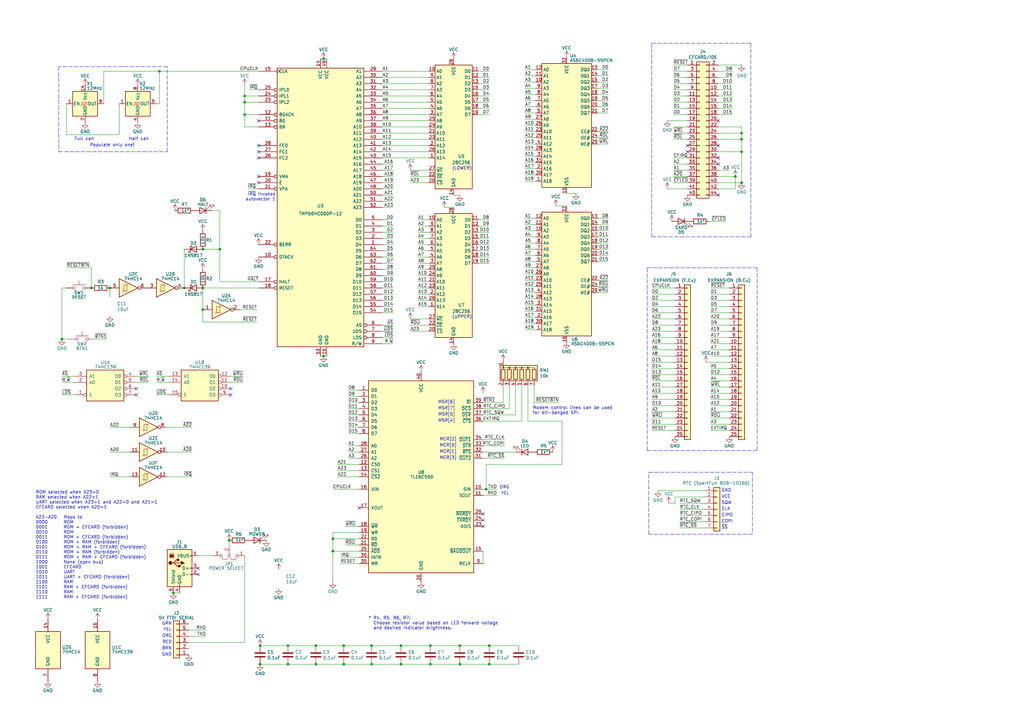
<source format=kicad_sch>
(kicad_sch (version 20230121) (generator eeschema)
  (paper "A3")
  (title_block (title "68k nano single board computer") (date "2020-06-24") (rev "1") (company "Matt Sarnoff (msarnoff.org)"))
  (junction (at 90.17 102.235))
  (junction (at 152.4 264.795))
  (junction (at 304.165 62.23))
  (junction (at 140.97 264.795))
  (junction (at 132.715 146.05))
  (junction (at 100.33 41.91))
  (junction (at 106.68 272.415))
  (junction (at 164.465 264.795))
  (junction (at 188.595 264.795))
  (junction (at 83.185 127))
  (junction (at 25.4 139.065))
  (junction (at 188.595 272.415))
  (junction (at 132.715 24.13))
  (junction (at 152.4 272.415))
  (junction (at 200.66 272.415))
  (junction (at 164.465 272.415))
  (junction (at 100.33 46.99))
  (junction (at 83.185 118.11))
  (junction (at 136.525 226.06))
  (junction (at 200.66 264.795))
  (junction (at 199.39 200.66))
  (junction (at 304.165 54.61))
  (junction (at 136.525 220.98))
  (junction (at 301.625 72.39))
  (junction (at 129.54 264.795))
  (junction (at 83.185 102.235))
  (junction (at 129.54 272.415))
  (junction (at 140.97 272.415))
  (junction (at 71.12 243.205))
  (junction (at 100.33 39.37))
  (junction (at 304.165 57.15))
  (junction (at 45.085 118.11))
  (junction (at 176.53 272.415))
  (junction (at 176.53 264.795))
  (junction (at 118.11 272.415))
  (junction (at 304.165 74.93))
  (junction (at 65.405 29.21))
  (junction (at 118.11 264.795))
  (junction (at 106.68 264.795))
  (junction (at 75.565 118.11))
  (junction (at 93.98 221.615))
  (junction (at 37.465 118.11))
  (no_connect (at 198.12 213.36))
  (no_connect (at 81.28 235.585))
  (no_connect (at 294.64 64.77))
  (no_connect (at 294.64 67.31))
  (no_connect (at 106.045 62.23))
  (no_connect (at 81.28 233.045))
  (no_connect (at 106.045 74.93))
  (no_connect (at 198.12 215.9))
  (no_connect (at 281.94 59.69))
  (no_connect (at 106.045 64.77))
  (no_connect (at 147.32 208.28))
  (no_connect (at 294.64 49.53))
  (no_connect (at 106.045 59.69))
  (no_connect (at 94.615 159.385))
  (no_connect (at 294.64 80.01))
  (no_connect (at 106.045 49.53))
  (no_connect (at 94.615 161.925))
  (no_connect (at 55.88 161.925))
  (no_connect (at 294.64 59.69))
  (no_connect (at 198.12 210.82))
  (no_connect (at 106.045 72.39))
  (no_connect (at 55.88 159.385))
  (no_connect (at 281.94 62.23))
  (wire (pts (xy 196.215 92.71) (xy 200.66 92.71)))
  (wire (pts (xy 219.71 127.635) (xy 215.265 127.635)))
  (wire (pts (xy 175.895 36.83) (xy 156.845 36.83)))
  (wire (pts (xy 219.71 38.735) (xy 215.265 38.735)))
  (wire (pts (xy 281.94 26.67) (xy 276.225 26.67)))
  (polyline (pts (xy 267.335 97.155) (xy 267.335 17.78)) (stroke (width 0) (type dash)))
  (wire (pts (xy 232.41 84.455) (xy 227.965 84.455)))
  (wire (pts (xy 176.53 272.415) (xy 188.595 272.415)))
  (wire (pts (xy 219.71 132.715) (xy 215.265 132.715)))
  (wire (pts (xy 156.845 67.31) (xy 161.29 67.31)))
  (wire (pts (xy 219.71 33.655) (xy 215.265 33.655)))
  (wire (pts (xy 175.895 113.03) (xy 171.45 113.03)))
  (wire (pts (xy 196.215 31.75) (xy 200.66 31.75)))
  (wire (pts (xy 156.845 128.27) (xy 161.29 128.27)))
  (polyline (pts (xy 307.975 97.155) (xy 267.335 97.155)) (stroke (width 0) (type dash)))
  (wire (pts (xy 37.465 118.11) (xy 37.465 109.855)))
  (wire (pts (xy 288.925 203.835) (xy 276.86 203.835)))
  (wire (pts (xy 30.48 154.305) (xy 25.4 154.305)))
  (wire (pts (xy 106.045 115.57) (xy 90.17 115.57)))
  (wire (pts (xy 245.11 43.815) (xy 249.555 43.815)))
  (wire (pts (xy 175.895 102.87) (xy 171.45 102.87)))
  (wire (pts (xy 68.58 185.42) (xy 78.74 185.42)))
  (wire (pts (xy 206.375 165.1) (xy 206.375 158.115)))
  (wire (pts (xy 281.94 64.77) (xy 276.225 64.77)))
  (wire (pts (xy 175.895 54.61) (xy 156.845 54.61)))
  (wire (pts (xy 93.98 221.615) (xy 93.98 224.155)))
  (wire (pts (xy 299.085 148.59) (xy 289.56 148.59)))
  (wire (pts (xy 219.71 51.435) (xy 215.265 51.435)))
  (wire (pts (xy 131.445 146.05) (xy 132.715 146.05)))
  (wire (pts (xy 48.895 42.545) (xy 48.895 55.245)))
  (wire (pts (xy 175.895 123.19) (xy 171.45 123.19)))
  (wire (pts (xy 219.71 31.115) (xy 215.265 31.115)))
  (wire (pts (xy 175.895 46.99) (xy 156.845 46.99)))
  (wire (pts (xy 100.33 46.99) (xy 100.33 41.91)))
  (wire (pts (xy 245.11 46.355) (xy 249.555 46.355)))
  (wire (pts (xy 276.86 176.53) (xy 267.335 176.53)))
  (wire (pts (xy 276.86 161.29) (xy 267.335 161.29)))
  (wire (pts (xy 106.68 264.795) (xy 118.11 264.795)))
  (wire (pts (xy 156.845 62.23) (xy 175.895 62.23)))
  (wire (pts (xy 276.86 158.75) (xy 267.335 158.75)))
  (wire (pts (xy 156.845 29.21) (xy 175.895 29.21)))
  (wire (pts (xy 102.235 36.83) (xy 106.045 36.83)))
  (wire (pts (xy 219.71 64.135) (xy 215.265 64.135)))
  (wire (pts (xy 156.845 120.65) (xy 161.29 120.65)))
  (wire (pts (xy 276.86 156.21) (xy 267.335 156.21)))
  (wire (pts (xy 299.085 166.37) (xy 291.465 166.37)))
  (wire (pts (xy 156.845 123.19) (xy 161.29 123.19)))
  (wire (pts (xy 245.11 56.515) (xy 249.555 56.515)))
  (wire (pts (xy 69.215 154.305) (xy 64.135 154.305)))
  (wire (pts (xy 299.085 125.73) (xy 291.465 125.73)))
  (wire (pts (xy 219.71 28.575) (xy 215.265 28.575)))
  (wire (pts (xy 175.895 118.11) (xy 171.45 118.11)))
  (wire (pts (xy 288.925 216.535) (xy 278.765 216.535)))
  (wire (pts (xy 219.71 97.155) (xy 215.265 97.155)))
  (wire (pts (xy 211.455 170.18) (xy 211.455 158.115)))
  (wire (pts (xy 294.64 52.07) (xy 304.165 52.07)))
  (wire (pts (xy 230.505 190.5) (xy 230.505 172.72)))
  (wire (pts (xy 118.11 272.415) (xy 106.68 272.415)))
  (polyline (pts (xy 267.335 17.78) (xy 307.975 17.78)) (stroke (width 0) (type dash)))
  (wire (pts (xy 219.71 117.475) (xy 215.265 117.475)))
  (wire (pts (xy 299.085 135.89) (xy 291.465 135.89)))
  (wire (pts (xy 219.71 125.095) (xy 215.265 125.095)))
  (wire (pts (xy 147.32 167.64) (xy 142.875 167.64)))
  (polyline (pts (xy 24.13 62.23) (xy 68.58 62.23)) (stroke (width 0) (type dash)))
  (wire (pts (xy 156.845 44.45) (xy 175.895 44.45)))
  (wire (pts (xy 156.845 31.75) (xy 175.895 31.75)))
  (wire (pts (xy 281.94 69.85) (xy 276.225 69.85)))
  (wire (pts (xy 65.405 42.545) (xy 65.405 29.21)))
  (wire (pts (xy 245.11 99.695) (xy 249.555 99.695)))
  (wire (pts (xy 147.32 172.72) (xy 142.875 172.72)))
  (wire (pts (xy 213.995 172.72) (xy 198.12 172.72)))
  (wire (pts (xy 175.895 41.91) (xy 156.845 41.91)))
  (wire (pts (xy 156.845 113.03) (xy 161.29 113.03)))
  (wire (pts (xy 156.845 77.47) (xy 161.29 77.47)))
  (wire (pts (xy 30.48 161.925) (xy 25.4 161.925)))
  (wire (pts (xy 276.86 128.27) (xy 267.335 128.27)))
  (wire (pts (xy 156.845 133.35) (xy 161.29 133.35)))
  (wire (pts (xy 299.085 168.91) (xy 291.465 168.91)))
  (wire (pts (xy 42.545 42.545) (xy 42.545 29.21)))
  (wire (pts (xy 245.11 120.015) (xy 249.555 120.015)))
  (wire (pts (xy 175.895 59.69) (xy 156.845 59.69)))
  (polyline (pts (xy 310.515 184.785) (xy 265.43 184.785)) (stroke (width 0) (type dash)))
  (wire (pts (xy 219.71 92.075) (xy 215.265 92.075)))
  (wire (pts (xy 156.845 97.79) (xy 161.29 97.79)))
  (wire (pts (xy 156.845 107.95) (xy 161.29 107.95)))
  (wire (pts (xy 219.71 53.975) (xy 215.265 53.975)))
  (wire (pts (xy 281.94 67.31) (xy 276.225 67.31)))
  (wire (pts (xy 276.86 171.45) (xy 267.335 171.45)))
  (polyline (pts (xy 308.61 193.675) (xy 308.61 219.075)) (stroke (width 0) (type dash)))
  (wire (pts (xy 77.47 263.525) (xy 100.33 263.525)))
  (wire (pts (xy 176.53 264.795) (xy 164.465 264.795)))
  (wire (pts (xy 156.845 52.07) (xy 175.895 52.07)))
  (wire (pts (xy 219.71 36.195) (xy 215.265 36.195)))
  (wire (pts (xy 156.845 102.87) (xy 161.29 102.87)))
  (wire (pts (xy 175.895 95.25) (xy 171.45 95.25)))
  (wire (pts (xy 212.725 264.795) (xy 200.66 264.795)))
  (wire (pts (xy 219.71 89.535) (xy 215.265 89.535)))
  (wire (pts (xy 219.71 135.255) (xy 215.265 135.255)))
  (wire (pts (xy 106.045 46.99) (xy 100.33 46.99)))
  (wire (pts (xy 245.11 89.535) (xy 249.555 89.535)))
  (wire (pts (xy 299.085 120.65) (xy 291.465 120.65)))
  (wire (pts (xy 199.39 200.66) (xy 199.39 190.5)))
  (wire (pts (xy 219.71 71.755) (xy 215.265 71.755)))
  (wire (pts (xy 156.845 140.97) (xy 161.29 140.97)))
  (wire (pts (xy 156.845 72.39) (xy 161.29 72.39)))
  (wire (pts (xy 294.64 36.83) (xy 300.355 36.83)))
  (wire (pts (xy 288.925 201.295) (xy 269.875 201.295)))
  (wire (pts (xy 106.045 52.07) (xy 100.33 52.07)))
  (wire (pts (xy 219.71 41.275) (xy 215.265 41.275)))
  (wire (pts (xy 304.165 57.15) (xy 304.165 62.23)))
  (wire (pts (xy 208.915 158.115) (xy 208.915 167.64)))
  (wire (pts (xy 219.71 122.555) (xy 215.265 122.555)))
  (wire (pts (xy 156.845 92.71) (xy 161.29 92.71)))
  (wire (pts (xy 156.845 85.09) (xy 161.29 85.09)))
  (wire (pts (xy 291.465 151.13) (xy 299.085 151.13)))
  (wire (pts (xy 196.215 36.83) (xy 200.66 36.83)))
  (wire (pts (xy 156.845 39.37) (xy 175.895 39.37)))
  (polyline (pts (xy 310.515 109.855) (xy 310.515 184.785)) (stroke (width 0) (type dash)))
  (wire (pts (xy 48.895 55.245) (xy 27.305 55.245)))
  (wire (pts (xy 147.32 170.18) (xy 142.875 170.18)))
  (wire (pts (xy 156.845 135.89) (xy 161.29 135.89)))
  (wire (pts (xy 276.86 118.11) (xy 267.335 118.11)))
  (wire (pts (xy 147.32 185.42) (xy 142.875 185.42)))
  (wire (pts (xy 245.11 97.155) (xy 249.555 97.155)))
  (wire (pts (xy 288.925 211.455) (xy 278.765 211.455)))
  (wire (pts (xy 140.97 272.415) (xy 129.54 272.415)))
  (polyline (pts (xy 265.43 184.785) (xy 265.43 109.855)) (stroke (width 0) (type dash)))
  (wire (pts (xy 299.085 138.43) (xy 291.465 138.43)))
  (wire (pts (xy 281.94 36.83) (xy 276.225 36.83)))
  (wire (pts (xy 294.64 46.99) (xy 300.355 46.99)))
  (wire (pts (xy 294.64 62.23) (xy 304.165 62.23)))
  (wire (pts (xy 294.64 34.29) (xy 300.355 34.29)))
  (wire (pts (xy 276.86 148.59) (xy 267.335 148.59)))
  (wire (pts (xy 25.4 118.11) (xy 25.4 139.065)))
  (wire (pts (xy 276.86 163.83) (xy 267.335 163.83)))
  (wire (pts (xy 299.085 130.81) (xy 291.465 130.81)))
  (wire (pts (xy 75.565 102.235) (xy 75.565 118.11)))
  (wire (pts (xy 147.32 177.8) (xy 142.875 177.8)))
  (wire (pts (xy 83.185 118.11) (xy 83.185 127)))
  (wire (pts (xy 276.86 130.81) (xy 267.335 130.81)))
  (wire (pts (xy 156.845 118.11) (xy 161.29 118.11)))
  (wire (pts (xy 230.505 172.72) (xy 216.535 172.72)))
  (wire (pts (xy 175.895 135.89) (xy 168.275 135.89)))
  (wire (pts (xy 156.845 90.17) (xy 161.29 90.17)))
  (wire (pts (xy 219.71 112.395) (xy 215.265 112.395)))
  (wire (pts (xy 68.58 175.26) (xy 78.74 175.26)))
  (wire (pts (xy 188.595 264.795) (xy 200.66 264.795)))
  (wire (pts (xy 219.075 165.1) (xy 229.235 165.1)))
  (wire (pts (xy 147.32 228.6) (xy 139.7 228.6)))
  (wire (pts (xy 118.11 264.795) (xy 129.54 264.795)))
  (wire (pts (xy 147.32 190.5) (xy 138.43 190.5)))
  (wire (pts (xy 196.215 41.91) (xy 200.66 41.91)))
  (wire (pts (xy 100.33 41.91) (xy 100.33 39.37)))
  (wire (pts (xy 219.71 74.295) (xy 215.265 74.295)))
  (wire (pts (xy 64.135 42.545) (xy 65.405 42.545)))
  (wire (pts (xy 198.12 185.42) (xy 211.455 185.42)))
  (wire (pts (xy 196.215 107.95) (xy 200.66 107.95)))
  (wire (pts (xy 276.86 120.65) (xy 267.335 120.65)))
  (wire (pts (xy 175.895 110.49) (xy 171.45 110.49)))
  (wire (pts (xy 219.71 69.215) (xy 215.265 69.215)))
  (wire (pts (xy 27.305 55.245) (xy 27.305 42.545)))
  (wire (pts (xy 219.71 56.515) (xy 215.265 56.515)))
  (wire (pts (xy 219.71 130.175) (xy 215.265 130.175)))
  (wire (pts (xy 175.895 74.93) (xy 168.275 74.93)))
  (wire (pts (xy 186.055 80.01) (xy 188.595 80.01)))
  (wire (pts (xy 304.165 62.23) (xy 304.165 74.93)))
  (wire (pts (xy 147.32 195.58) (xy 138.43 195.58)))
  (wire (pts (xy 152.4 264.795) (xy 140.97 264.795)))
  (wire (pts (xy 281.94 49.53) (xy 273.685 49.53)))
  (wire (pts (xy 245.11 92.075) (xy 249.555 92.075)))
  (wire (pts (xy 276.86 203.835) (xy 276.86 206.375)))
  (wire (pts (xy 176.53 272.415) (xy 164.465 272.415)))
  (wire (pts (xy 132.715 24.13) (xy 131.445 24.13)))
  (wire (pts (xy 291.465 158.75) (xy 299.085 158.75)))
  (wire (pts (xy 106.045 41.91) (xy 100.33 41.91)))
  (wire (pts (xy 196.215 102.87) (xy 200.66 102.87)))
  (wire (pts (xy 65.405 29.21) (xy 106.045 29.21)))
  (polyline (pts (xy 68.58 62.23) (xy 68.58 27.305)) (stroke (width 0) (type dash)))
  (wire (pts (xy 106.045 77.47) (xy 101.6 77.47)))
  (wire (pts (xy 219.71 48.895) (xy 215.265 48.895)))
  (wire (pts (xy 198.12 180.34) (xy 207.01 180.34)))
  (wire (pts (xy 281.94 57.15) (xy 276.225 57.15)))
  (wire (pts (xy 182.245 85.09) (xy 186.055 85.09)))
  (wire (pts (xy 245.11 114.935) (xy 249.555 114.935)))
  (wire (pts (xy 219.71 102.235) (xy 215.265 102.235)))
  (wire (pts (xy 294.64 26.67) (xy 304.165 26.67)))
  (wire (pts (xy 299.085 173.99) (xy 291.465 173.99)))
  (wire (pts (xy 276.86 151.13) (xy 267.335 151.13)))
  (wire (pts (xy 304.165 57.15) (xy 304.165 54.61)))
  (wire (pts (xy 304.165 52.07) (xy 304.165 54.61)))
  (wire (pts (xy 156.845 82.55) (xy 161.29 82.55)))
  (wire (pts (xy 53.34 175.26) (xy 45.085 175.26)))
  (wire (pts (xy 147.32 220.98) (xy 136.525 220.98)))
  (wire (pts (xy 281.94 77.47) (xy 273.685 77.47)))
  (wire (pts (xy 213.995 158.115) (xy 213.995 172.72)))
  (wire (pts (xy 301.625 77.47) (xy 301.625 72.39)))
  (wire (pts (xy 267.335 173.99) (xy 276.86 173.99)))
  (wire (pts (xy 168.275 69.85) (xy 175.895 69.85)))
  (wire (pts (xy 164.465 272.415) (xy 152.4 272.415)))
  (wire (pts (xy 198.12 167.64) (xy 208.915 167.64)))
  (wire (pts (xy 156.845 95.25) (xy 161.29 95.25)))
  (wire (pts (xy 219.71 59.055) (xy 215.265 59.055)))
  (wire (pts (xy 212.725 272.415) (xy 200.66 272.415)))
  (wire (pts (xy 42.545 29.21) (xy 65.405 29.21)))
  (wire (pts (xy 245.11 102.235) (xy 249.555 102.235)))
  (wire (pts (xy 198.12 187.96) (xy 207.01 187.96)))
  (wire (pts (xy 276.86 133.35) (xy 267.335 133.35)))
  (wire (pts (xy 168.275 130.81) (xy 175.895 130.81)))
  (polyline (pts (xy 308.61 219.075) (xy 266.065 219.075)) (stroke (width 0) (type dash)))
  (wire (pts (xy 175.895 100.33) (xy 171.45 100.33)))
  (wire (pts (xy 281.94 34.29) (xy 276.225 34.29)))
  (wire (pts (xy 281.94 52.07) (xy 276.225 52.07)))
  (wire (pts (xy 147.32 162.56) (xy 142.875 162.56)))
  (wire (pts (xy 294.64 29.21) (xy 300.355 29.21)))
  (wire (pts (xy 156.845 74.93) (xy 161.29 74.93)))
  (wire (pts (xy 299.085 133.35) (xy 291.465 133.35)))
  (wire (pts (xy 147.32 187.96) (xy 142.875 187.96)))
  (wire (pts (xy 299.085 156.21) (xy 291.465 156.21)))
  (wire (pts (xy 136.525 218.44) (xy 136.525 220.98)))
  (wire (pts (xy 276.86 140.97) (xy 267.335 140.97)))
  (wire (pts (xy 294.64 57.15) (xy 304.165 57.15)))
  (wire (pts (xy 196.215 105.41) (xy 200.66 105.41)))
  (wire (pts (xy 299.085 128.27) (xy 291.465 128.27)))
  (wire (pts (xy 152.4 264.795) (xy 164.465 264.795)))
  (wire (pts (xy 196.215 39.37) (xy 200.66 39.37)))
  (wire (pts (xy 133.985 24.13) (xy 132.715 24.13)))
  (wire (pts (xy 249.555 53.975) (xy 245.11 53.975)))
  (wire (pts (xy 140.97 264.795) (xy 129.54 264.795)))
  (wire (pts (xy 219.71 66.675) (xy 215.265 66.675)))
  (wire (pts (xy 232.41 79.375) (xy 236.22 79.375)))
  (wire (pts (xy 175.895 120.65) (xy 171.45 120.65)))
  (wire (pts (xy 55.88 154.305) (xy 60.96 154.305)))
  (wire (pts (xy 245.11 33.655) (xy 249.555 33.655)))
  (wire (pts (xy 199.39 190.5) (xy 230.505 190.5)))
  (wire (pts (xy 28.575 139.065) (xy 25.4 139.065)))
  (wire (pts (xy 219.71 46.355) (xy 215.265 46.355)))
  (wire (pts (xy 100.33 52.07) (xy 100.33 46.99)))
  (wire (pts (xy 299.085 140.97) (xy 291.465 140.97)))
  (wire (pts (xy 188.595 264.795) (xy 176.53 264.795)))
  (wire (pts (xy 69.215 156.845) (xy 64.135 156.845)))
  (wire (pts (xy 294.64 31.75) (xy 300.355 31.75)))
  (wire (pts (xy 156.845 100.33) (xy 161.29 100.33)))
  (wire (pts (xy 83.185 118.11) (xy 106.045 118.11)))
  (wire (pts (xy 94.615 156.845) (xy 99.695 156.845)))
  (wire (pts (xy 281.94 74.93) (xy 276.225 74.93)))
  (wire (pts (xy 281.94 44.45) (xy 276.225 44.45)))
  (wire (pts (xy 276.86 125.73) (xy 267.335 125.73)))
  (wire (pts (xy 196.215 95.25) (xy 200.66 95.25)))
  (polyline (pts (xy 68.58 27.305) (xy 24.13 27.305)) (stroke (width 0) (type dash)))
  (wire (pts (xy 245.11 117.475) (xy 249.555 117.475)))
  (wire (pts (xy 245.11 28.575) (xy 249.555 28.575)))
  (wire (pts (xy 276.86 135.89) (xy 267.335 135.89)))
  (wire (pts (xy 188.595 272.415) (xy 200.66 272.415)))
  (wire (pts (xy 276.86 143.51) (xy 267.335 143.51)))
  (wire (pts (xy 294.64 74.93) (xy 304.165 74.93)))
  (wire (pts (xy 147.32 165.1) (xy 142.875 165.1)))
  (wire (pts (xy 245.11 104.775) (xy 249.555 104.775)))
  (wire (pts (xy 219.71 104.775) (xy 215.265 104.775)))
  (wire (pts (xy 281.94 29.21) (xy 276.225 29.21)))
  (wire (pts (xy 136.525 226.06) (xy 136.525 238.76)))
  (wire (pts (xy 294.64 41.91) (xy 300.355 41.91)))
  (wire (pts (xy 219.71 94.615) (xy 215.265 94.615)))
  (wire (pts (xy 106.045 39.37) (xy 100.33 39.37)))
  (wire (pts (xy 77.47 260.985) (xy 84.455 260.985)))
  (wire (pts (xy 219.71 109.855) (xy 215.265 109.855)))
  (wire (pts (xy 37.465 109.855) (xy 27.305 109.855)))
  (wire (pts (xy 219.71 120.015) (xy 215.265 120.015)))
  (wire (pts (xy 299.085 143.51) (xy 291.465 143.51)))
  (polyline (pts (xy 265.43 109.855) (xy 310.515 109.855)) (stroke (width 0) (type dash)))
  (wire (pts (xy 129.54 272.415) (xy 118.11 272.415)))
  (wire (pts (xy 94.615 154.305) (xy 99.695 154.305)))
  (wire (pts (xy 175.895 115.57) (xy 171.45 115.57)))
  (wire (pts (xy 299.085 176.53) (xy 291.465 176.53)))
  (wire (pts (xy 147.32 218.44) (xy 136.525 218.44)))
  (wire (pts (xy 196.215 44.45) (xy 200.66 44.45)))
  (wire (pts (xy 216.535 172.72) (xy 216.535 158.115)))
  (wire (pts (xy 219.71 61.595) (xy 215.265 61.595)))
  (wire (pts (xy 90.17 102.235) (xy 83.185 102.235)))
  (wire (pts (xy 156.845 138.43) (xy 161.29 138.43)))
  (wire (pts (xy 281.94 39.37) (xy 276.225 39.37)))
  (wire (pts (xy 196.215 34.29) (xy 200.66 34.29)))
  (wire (pts (xy 175.895 133.35) (xy 168.275 133.35)))
  (wire (pts (xy 68.58 195.58) (xy 78.74 195.58)))
  (wire (pts (xy 198.12 226.06) (xy 198.12 231.14)))
  (wire (pts (xy 288.925 206.375) (xy 278.765 206.375)))
  (wire (pts (xy 156.845 69.85) (xy 161.29 69.85)))
  (wire (pts (xy 245.11 36.195) (xy 249.555 36.195)))
  (wire (pts (xy 281.94 31.75) (xy 276.225 31.75)))
  (wire (pts (xy 196.215 46.99) (xy 200.66 46.99)))
  (wire (pts (xy 147.32 226.06) (xy 136.525 226.06)))
  (wire (pts (xy 175.895 125.73) (xy 171.45 125.73)))
  (wire (pts (xy 156.845 34.29) (xy 175.895 34.29)))
  (wire (pts (xy 299.085 153.67) (xy 291.465 153.67)))
  (wire (pts (xy 219.71 43.815) (xy 215.265 43.815)))
  (wire (pts (xy 196.215 100.33) (xy 200.66 100.33)))
  (wire (pts (xy 276.86 123.19) (xy 267.335 123.19)))
  (wire (pts (xy 276.86 168.91) (xy 267.335 168.91)))
  (wire (pts (xy 98.425 127) (xy 105.41 127)))
  (wire (pts (xy 90.17 86.36) (xy 90.17 102.235)))
  (wire (pts (xy 281.94 54.61) (xy 276.225 54.61)))
  (wire (pts (xy 299.085 171.45) (xy 291.465 171.45)))
  (wire (pts (xy 290.83 90.805) (xy 297.815 90.805)))
  (wire (pts (xy 156.845 57.15) (xy 175.895 57.15)))
  (wire (pts (xy 71.12 243.205) (xy 73.66 243.205)))
  (wire (pts (xy 219.71 107.315) (xy 215.265 107.315)))
  (polyline (pts (xy 266.065 193.675) (xy 308.61 193.675)) (stroke (width 0) (type dash)))
  (wire (pts (xy 175.895 107.95) (xy 171.45 107.95)))
  (wire (pts (xy 219.71 99.695) (xy 215.265 99.695)))
  (polyline (pts (xy 24.13 27.305) (xy 24.13 62.23)) (stroke (width 0) (type dash)))
  (wire (pts (xy 198.12 203.2) (xy 203.835 203.2)))
  (wire (pts (xy 156.845 80.01) (xy 161.29 80.01)))
  (wire (pts (xy 77.47 258.445) (xy 84.455 258.445)))
  (wire (pts (xy 86.995 86.36) (xy 90.17 86.36)))
  (wire (pts (xy 175.895 90.17) (xy 171.45 90.17)))
  (wire (pts (xy 299.085 118.11) (xy 291.465 118.11)))
  (wire (pts (xy 219.075 158.115) (xy 219.075 165.1)))
  (wire (pts (xy 156.845 125.73) (xy 161.29 125.73)))
  (wire (pts (xy 196.215 90.17) (xy 200.66 90.17)))
  (wire (pts (xy 281.94 46.99) (xy 276.225 46.99)))
  (wire (pts (xy 81.28 227.965) (xy 87.63 227.965)))
  (polyline (pts (xy 266.065 219.075) (xy 266.065 193.675)) (stroke (width 0) (type dash)))
  (wire (pts (xy 147.32 200.66) (xy 136.525 200.66)))
  (wire (pts (xy 147.32 160.02) (xy 142.875 160.02)))
  (wire (pts (xy 245.11 59.055) (xy 249.555 59.055)))
  (wire (pts (xy 245.11 107.315) (xy 249.555 107.315)))
  (wire (pts (xy 53.34 195.58) (xy 45.085 195.58)))
  (wire (pts (xy 299.085 146.05) (xy 291.465 146.05)))
  (wire (pts (xy 245.11 41.275) (xy 249.555 41.275)))
  (wire (pts (xy 299.085 161.29) (xy 291.465 161.29)))
  (wire (pts (xy 245.11 38.735) (xy 249.555 38.735)))
  (wire (pts (xy 175.895 97.79) (xy 171.45 97.79)))
  (wire (pts (xy 175.895 64.77) (xy 156.845 64.77)))
  (wire (pts (xy 219.71 114.935) (xy 215.265 114.935)))
  (wire (pts (xy 294.64 77.47) (xy 301.625 77.47)))
  (wire (pts (xy 294.64 54.61) (xy 304.165 54.61)))
  (wire (pts (xy 175.895 92.71) (xy 171.45 92.71)))
  (wire (pts (xy 294.64 39.37) (xy 300.355 39.37)))
  (wire (pts (xy 198.12 170.18) (xy 211.455 170.18)))
  (wire (pts (xy 245.11 31.115) (xy 249.555 31.115)))
  (wire (pts (xy 276.86 138.43) (xy 267.335 138.43)))
  (wire (pts (xy 288.925 213.995) (xy 278.765 213.995)))
  (wire (pts (xy 136.525 220.98) (xy 136.525 226.06)))
  (wire (pts (xy 100.33 34.925) (xy 100.33 39.37)))
  (wire (pts (xy 199.39 200.66) (xy 203.835 200.66)))
  (wire (pts (xy 53.34 185.42) (xy 45.085 185.42)))
  (wire (pts (xy 147.32 175.26) (xy 142.875 175.26)))
  (wire (pts (xy 276.86 153.67) (xy 267.335 153.67)))
  (wire (pts (xy 83.185 132.08) (xy 105.41 132.08)))
  (wire (pts (xy 100.33 263.525) (xy 100.33 227.965)))
  (wire (pts (xy 245.11 94.615) (xy 249.555 94.615)))
  (wire (pts (xy 27.305 118.11) (xy 25.4 118.11)))
  (wire (pts (xy 196.215 97.79) (xy 200.66 97.79)))
  (wire (pts (xy 294.64 69.85) (xy 299.085 69.85)))
  (wire (pts (xy 198.12 200.66) (xy 199.39 200.66)))
  (wire (pts (xy 196.215 29.21) (xy 200.66 29.21)))
  (wire (pts (xy 38.735 139.065) (xy 43.815 139.065)))
  (wire (pts (xy 30.48 156.845) (xy 25.4 156.845)))
  (wire (pts (xy 156.845 49.53) (xy 175.895 49.53)))
  (wire (pts (xy 198.12 182.88) (xy 207.01 182.88)))
  (wire (pts (xy 281.94 41.91) (xy 276.225 41.91)))
  (wire (pts (xy 288.925 208.915) (xy 278.765 208.915)))
  (wire (pts (xy 198.12 165.1) (xy 206.375 165.1)))
  (wire (pts (xy 133.985 146.05) (xy 132.715 146.05)))
  (wire (pts (xy 156.845 115.57) (xy 161.29 115.57)))
  (wire (pts (xy 299.085 123.19) (xy 291.465 123.19)))
  (wire (pts (xy 175.895 72.39) (xy 168.275 72.39)))
  (wire (pts (xy 90.17 115.57) (xy 90.17 102.235)))
  (wire (pts (xy 69.215 161.925) (xy 64.135 161.925)))
  (wire (pts (xy 147.32 223.52) (xy 141.605 223.52)))
  (wire (pts (xy 175.895 105.41) (xy 171.45 105.41)))
  (wire (pts (xy 276.86 206.375) (xy 274.32 206.375)))
  (wire (pts (xy 140.97 272.415) (xy 152.4 272.415)))
  (wire (pts (xy 147.32 193.04) (xy 138.43 193.04)))
  (wire (pts (xy 299.085 163.83) (xy 291.465 163.83)))
  (wire (pts (xy 156.845 110.49) (xy 161.29 110.49)))
  (wire (pts (xy 276.86 146.05) (xy 267.335 146.05)))
  (wire (pts (xy 294.64 72.39) (xy 301.625 72.39)))
  (wire (pts (xy 276.86 166.37) (xy 267.335 166.37)))
  (wire (pts (xy 156.845 105.41) (xy 161.29 105.41)))
  (wire (pts (xy 147.32 182.88) (xy 142.875 182.88)))
  (wire (pts (xy 147.32 231.14) (xy 139.7 231.14)))
  (polyline (pts (xy 307.975 17.78) (xy 307.975 97.155)) (stroke (width 0) (type dash)))
  (wire (pts (xy 45.085 121.92) (xy 45.085 118.11)))
  (wire (pts (xy 294.64 44.45) (xy 300.355 44.45)))
  (wire (pts (xy 147.32 215.9) (xy 141.605 215.9)))
  (wire (pts (xy 281.94 72.39) (xy 276.225 72.39)))
  (wire (pts (xy 83.185 127) (xy 83.185 132.08)))
  (wire (pts (xy 55.88 156.845) (xy 60.96 156.845)))
  (text "Maps to\nROM\nROM + CFCARD (forbidden)\nROM\nROM + CFCARD (forbidden)\nROM + RAM (forbidden)\nROM + RAM + CFCARD (forbidden)\nROM + RAM (forbidden)\nROM + RAM + CFCARD (forbidden)\nNone (open bus)\nCFCARD\nUART\nUART + CFCARD (forbidden)\nRAM\nRAM + CFCARD (forbidden)\nRAM\nRAM + CFCARD (forbidden)" (at 26.035 245.745 0) (effects (font (size 1.27 1.27)) (justify left bottom)))
  (text "~{IRQ} invokes\nautovector 1" (at 113.03 82.55 0) (effects (font (size 1.27 1.27)) (justify right bottom)))
  (text "MCR[3]" (at 187.325 188.595 0) (effects (font (size 1.27 1.27)) (justify right bottom)))
  (text "* R4, R5, R6, R7: \n  Choose resistor value based on LED forward voltage\n  and desired indicator brightness." (at 151.13 258.445 0) (effects (font (size 1.27 1.27)) (justify left bottom)))
  (text "YEL" (at 70.485 259.08 0) (effects (font (size 1.27 1.27)) (justify right bottom)))
  (text "ROM selected when A23=0\nRAM selected when A22=1\nUART selected when A23=1 and A22=0 and A21=1\nCFCARD selected when A20=1" (at 14.605 208.915 0) (effects (font (size 1.27 1.27)) (justify left bottom)))
  (text "COPI" (at 295.91 214.63 0) (effects (font (size 1.27 1.27)) (justify left bottom)))
  (text "Modem control lines can be used\nfor bit-banged SPI." (at 218.44 170.18 0) (effects (font (size 1.27 1.27)) (justify left bottom)))
  (text "RED" (at 70.485 264.16 0) (effects (font (size 1.27 1.27)) (justify right bottom)))
  (text "MSR[4]" (at 186.69 173.355 0) (effects (font (size 1.27 1.27)) (justify right bottom)))
  (text "ORG" (at 208.915 200.66 0) (effects (font (size 1.27 1.27)) (justify right bottom)))
  (text "A23-A20\n0000\n0001\n0010\n0011\n0100\n0101\n0110\n0111\n1000\n1001\n1010\n1011\n1100\n1101\n1110\n1111" (at 14.605 245.745 0) (effects (font (size 1.27 1.27)) (justify left bottom)))
  (text "GRN" (at 70.485 256.54 0) (effects (font (size 1.27 1.27)) (justify right bottom)))
  (text "VCC" (at 295.91 204.47 0) (effects (font (size 1.27 1.27)) (justify left bottom)))
  (text "YEL" (at 208.915 203.2 0) (effects (font (size 1.27 1.27)) (justify right bottom)))
  (text "(LOWER)" (at 185.42 69.85 0) (effects (font (size 1.27 1.27)) (justify left bottom)))
  (text "MCR[1]" (at 187.325 186.055 0) (effects (font (size 1.27 1.27)) (justify right bottom)))
  (text "Full can" (at 30.48 57.785 0) (effects (font (size 1.27 1.27)) (justify left bottom)))
  (text "MCR[0]" (at 187.325 183.515 0) (effects (font (size 1.27 1.27)) (justify right bottom)))
  (text "MSR[5]" (at 186.69 170.815 0) (effects (font (size 1.27 1.27)) (justify right bottom)))
  (text "CLK" (at 295.91 209.55 0) (effects (font (size 1.27 1.27)) (justify left bottom)))
  (text "BRN" (at 70.485 266.7 0) (effects (font (size 1.27 1.27)) (justify right bottom)))
  (text "CIPO" (at 295.91 212.09 0) (effects (font (size 1.27 1.27)) (justify left bottom)))
  (text "ORG" (at 70.485 261.62 0) (effects (font (size 1.27 1.27)) (justify right bottom)))
  (text "(UPPER)" (at 185.42 130.81 0) (effects (font (size 1.27 1.27)) (justify left bottom)))
  (text "SQW" (at 295.91 207.01 0) (effects (font (size 1.27 1.27)) (justify left bottom)))
  (text "GND" (at 70.485 269.24 0) (effects (font (size 1.27 1.27)) (justify right bottom)))
  (text "~{SS}" (at 295.91 217.17 0) (effects (font (size 1.27 1.27)) (justify left bottom)))
  (text "Populate only one!" (at 36.83 60.325 0) (effects (font (size 1.27 1.27)) (justify left bottom)))
  (text "GND" (at 295.91 201.93 0) (effects (font (size 1.27 1.27)) (justify left bottom)))
  (text "MCR[2]" (at 187.325 180.975 0) (effects (font (size 1.27 1.27)) (justify right bottom)))
  (text "Half can" (at 52.705 57.785 0) (effects (font (size 1.27 1.27)) (justify left bottom)))
  (text "MSR[7]" (at 186.69 168.275 0) (effects (font (size 1.27 1.27)) (justify right bottom)))
  (text "MSR[6]" (at 186.69 165.735 0) (effects (font (size 1.27 1.27)) (justify right bottom)))
  (label "D3" (at 249.555 36.195 180))
  (label "A12" (at 215.265 56.515 0))
  (label "A8" (at 171.45 107.95 0))
  (label "A6" (at 267.335 143.51 0))
  (label "A6" (at 156.845 41.91 0))
  (label "CPUCLK" (at 136.525 200.66 0))
  (label "CPUCLK" (at 267.335 118.11 0))
  (label "A2" (at 215.265 31.115 0))
  (label "A11" (at 156.845 54.61 0))
  (label "~{WRU}" (at 99.695 154.305 180))
  (label "~{RESET}" (at 276.225 26.67 0))
  (label "D12" (at 300.355 39.37 180))
  (label "D7" (at 161.29 107.95 180))
  (label "A21" (at 138.43 190.5 0))
  (label "A15" (at 291.465 163.83 0))
  (label "~{WRL}" (at 276.225 54.61 0))
  (label "D0" (at 200.66 29.21 180))
  (label "IRQ" (at 45.085 195.58 0))
  (label "A4" (at 171.45 97.79 0))
  (label "D15" (at 142.875 177.8 0))
  (label "RTC_CIPO" (at 278.765 211.455 0))
  (label "A22" (at 138.43 195.58 0))
  (label "RXD" (at 203.835 203.2 180))
  (label "A17" (at 291.465 138.43 0))
  (label "D10" (at 161.29 115.57 180))
  (label "A17" (at 215.265 130.175 0))
  (label "A14" (at 171.45 123.19 0))
  (label "IRQ" (at 139.7 228.6 0))
  (label "A19" (at 215.265 135.255 0))
  (label "D9" (at 142.875 162.56 0))
  (label "D1" (at 291.465 120.65 0))
  (label "~{RDL}" (at 60.96 156.845 180))
  (label "D10" (at 200.66 95.25 180))
  (label "A15" (at 215.265 64.135 0))
  (label "A2" (at 142.875 185.42 0))
  (label "~{RTC_SS}" (at 278.765 216.535 0))
  (label "D2" (at 161.29 95.25 180))
  (label "~{CFLED}" (at 297.815 90.805 180))
  (label "~{RDU}" (at 141.605 223.52 0))
  (label "A4" (at 291.465 156.21 0))
  (label "D15" (at 161.29 128.27 180))
  (label "D6" (at 200.66 44.45 180))
  (label "~{A22}" (at 249.555 53.975 180))
  (label "A5" (at 215.265 99.695 0))
  (label "A23" (at 267.335 135.89 0))
  (label "D13" (at 161.29 123.19 180))
  (label "D10" (at 300.355 34.29 180))
  (label "A21" (at 291.465 140.97 0))
  (label "D11" (at 161.29 118.11 180))
  (label "A19" (at 215.265 74.295 0))
  (label "~{RDU}" (at 168.275 133.35 0))
  (label "TXD" (at 203.835 200.66 180))
  (label "A4" (at 215.265 97.155 0))
  (label "A14" (at 156.845 62.23 0))
  (label "~{WRL}" (at 249.555 59.055 180))
  (label "~{IRQ}" (at 78.74 195.58 180))
  (label "D9" (at 161.29 113.03 180))
  (label "~{RESETBTN}" (at 229.235 165.1 180))
  (label "A3" (at 142.875 187.96 0))
  (label "~{RTC_SS}" (at 207.01 187.96 180))
  (label "A12" (at 156.845 57.15 0))
  (label "A20" (at 45.085 185.42 0))
  (label "A7" (at 291.465 143.51 0))
  (label "D4" (at 267.335 125.73 0))
  (label "RESET" (at 105.41 127 180))
  (label "RTC_SQW" (at 278.765 206.375 0))
  (label "A20" (at 161.29 77.47 180))
  (label "A14" (at 291.465 161.29 0))
  (label "RTC_CLK" (at 207.01 180.34 180))
  (label "A18" (at 215.265 71.755 0))
  (label "A15" (at 156.845 64.77 0))
  (label "~{UDS}" (at 161.29 135.89 180))
  (label "A22" (at 161.29 82.55 180))
  (label "A16" (at 215.265 127.635 0))
  (label "D5" (at 161.29 102.87 180))
  (label "~{RDL}" (at 249.555 56.515 180))
  (label "A18" (at 161.29 72.39 180))
  (label "~{RDL}" (at 267.335 156.21 0))
  (label "D2" (at 249.555 33.655 180))
  (label "~{BTN1}" (at 43.815 139.065 180))
  (label "D13" (at 267.335 153.67 0))
  (label "~{RESETBTN}" (at 27.305 109.855 0))
  (label "A5" (at 156.845 39.37 0))
  (label "A6" (at 215.265 102.235 0))
  (label "A19" (at 291.465 135.89 0))
  (label "A16" (at 161.29 67.31 180))
  (label "D15" (at 267.335 148.59 0))
  (label "A10" (at 171.45 113.03 0))
  (label "A6" (at 215.265 41.275 0))
  (label "A9" (at 215.265 109.855 0))
  (label "A23" (at 161.29 85.09 180))
  (label "D3" (at 161.29 97.79 180))
  (label "EXTIRQ" (at 198.12 172.72 0))
  (label "R,~{W}" (at 161.29 140.97 180))
  (label "A2" (at 215.265 92.075 0))
  (label "D14" (at 249.555 104.775 180))
  (label "~{WRU}" (at 267.335 171.45 0))
  (label "D14" (at 267.335 151.13 0))
  (label "~{RESET}" (at 291.465 118.11 0))
  (label "D12" (at 161.29 120.65 180))
  (label "D1" (at 276.225 44.45 0))
  (label "A18" (at 267.335 140.97 0))
  (label "D11" (at 200.66 97.79 180))
  (label "~{LDS}" (at 161.29 138.43 180))
  (label "R,~{W}" (at 25.4 156.845 0))
  (label "~{AS}" (at 64.135 154.305 0))
  (label "D13" (at 300.355 41.91 180))
  (label "~{CFLED}" (at 276.225 74.93 0))
  (label "~{RESET}" (at 105.41 132.08 180))
  (label "RTC_COPI" (at 207.01 182.88 180))
  (label "A5" (at 215.265 38.735 0))
  (label "D5" (at 276.225 34.29 0))
  (label "D6" (at 161.29 105.41 180))
  (label "D8" (at 267.335 133.35 0))
  (label "D6" (at 249.555 43.815 180))
  (label "A3" (at 291.465 173.99 0))
  (label "~{AS}" (at 25.4 154.305 0))
  (label "A3" (at 171.45 95.25 0))
  (label "A22" (at 45.085 175.26 0))
  (label "A2" (at 156.845 31.75 0))
  (label "A2" (at 276.225 67.31 0))
  (label "RTC_COPI" (at 278.765 213.995 0))
  (label "A13" (at 267.335 161.29 0))
  (label "A9" (at 156.845 49.53 0))
  (label "A23" (at 168.275 74.93 0))
  (label "A13" (at 171.45 120.65 0))
  (label "D1" (at 161.29 92.71 180))
  (label "A11" (at 267.335 158.75 0))
  (label "RTC_SQW" (at 198.12 170.18 0))
  (label "D2" (at 200.66 34.29 180))
  (label "A8" (at 215.265 46.355 0))
  (label "D2" (at 267.335 123.19 0))
  (label "~{BTN1}" (at 198.12 165.1 0))
  (label "A10" (at 156.845 52.07 0))
  (label "RESET" (at 267.335 176.53 0))
  (label "D6" (at 267.335 128.27 0))
  (label "D15" (at 300.355 46.99 180))
  (label "D4" (at 161.29 100.33 180))
  (label "A22" (at 267.335 130.81 0))
  (label "D4" (at 200.66 39.37 180))
  (label "A18" (at 215.265 132.715 0))
  (label "A8" (at 156.845 46.99 0))
  (label "A2" (at 267.335 168.91 0))
  (label "D10" (at 142.875 165.1 0))
  (label "A10" (at 215.265 112.395 0))
  (label "D5" (at 249.555 41.275 180))
  (label "D7" (at 276.225 29.21 0))
  (label "CFIRQ" (at 276.225 64.77 0))
  (label "A7" (at 171.45 105.41 0))
  (label "A8" (at 267.335 146.05 0))
  (label "D14" (at 200.66 105.41 180))
  (label "~{WRL}" (at 60.96 154.305 180))
  (label "~{A22}" (at 78.74 175.26 180))
  (label "D14" (at 300.355 44.45 180))
  (label "A5" (at 171.45 100.33 0))
  (label "D12" (at 291.465 153.67 0))
  (label "D14" (at 161.29 125.73 180))
  (label "CPUCLK" (at 106.045 29.21 180))
  (label "A23" (at 168.275 135.89 0))
  (label "D4" (at 249.555 38.735 180))
  (label "RESET" (at 139.7 231.14 0))
  (label "D11" (at 300.355 36.83 180))
  (label "A11" (at 171.45 115.57 0))
  (label "D13" (at 200.66 102.87 180))
  (label "D6" (at 276.225 31.75 0))
  (label "A2" (at 171.45 92.71 0))
  (label "D4" (at 276.225 36.83 0))
  (label "A15" (at 215.265 125.095 0))
  (label "D12" (at 200.66 100.33 180))
  (label "~{A20}" (at 276.225 72.39 0))
  (label "D0" (at 161.29 90.17 180))
  (label "A4" (at 215.265 36.195 0))
  (label "RXD" (at 84.455 258.445 180))
  (label "D8" (at 161.29 110.49 180))
  (label "D7" (at 200.66 46.99 180))
  (label "D11" (at 142.875 167.64 0))
  (label "A9" (at 171.45 110.49 0))
  (label "A23" (at 138.43 193.04 0))
  (label "R,~{W}" (at 64.135 156.845 0))
  (label "D9" (at 300.355 31.75 180))
  (label "D5" (at 200.66 41.91 180))
  (label "D9" (at 291.465 133.35 0))
  (label "D11" (at 267.335 173.99 0))
  (label "A1" (at 215.265 28.575 0))
  (label "A10" (at 215.265 51.435 0))
  (label "~{RDU}" (at 291.465 171.45 0))
  (label "A1" (at 156.845 29.21 0))
  (label "D8" (at 300.355 29.21 180))
  (label "RTC_CLK" (at 278.765 208.915 0))
  (label "~{LDS}" (at 25.4 161.925 0))
  (label "EXTIRQ" (at 291.465 176.53 0))
  (label "~{RDU}" (at 99.695 156.845 180))
  (label "TXD" (at 84.455 260.985 180))
  (label "A7" (at 215.265 43.815 0))
  (label "~{HALT}" (at 106.045 115.57 180))
  (label "A14" (at 215.265 61.595 0))
  (label "A8" (at 215.265 107.315 0))
  (label "A3" (at 156.845 34.29 0))
  (label "A13" (at 215.265 59.055 0))
  (label "A20" (at 291.465 130.81 0))
  (label "A16" (at 267.335 138.43 0))
  (label "~{A22}" (at 249.555 114.935 180))
  (label "D0" (at 276.225 46.99 0))
  (label "D1" (at 249.555 31.115 180))
  (label "A16" (at 215.265 66.675 0))
  (label "D0" (at 249.555 28.575 180))
  (label "A1" (at 291.465 168.91 0))
  (label "~{WRU}" (at 141.605 215.9 0))
  (label "A3" (at 215.265 94.615 0))
  (label "D9" (at 249.555 92.075 180))
  (label "A9" (at 267.335 163.83 0))
  (label "A9" (at 215.265 48.895 0))
  (label "~{A20}" (at 78.74 185.42 180))
  (label "A4" (at 156.845 36.83 0))
  (label "A19" (at 161.29 74.93 180))
  (label "D7" (at 249.555 46.355 180))
  (label "A7" (at 156.845 44.45 0))
  (label "A1" (at 276.225 69.85 0))
  (label "D10" (at 267.335 166.37 0))
  (label "A13" (at 156.845 59.69 0))
  (label "D12" (at 249.555 99.695 180))
  (label "D5" (at 291.465 125.73 0))
  (label "A11" (at 215.265 114.935 0))
  (label "D7" (at 291.465 128.27 0))
  (label "A1" (at 142.875 182.88 0))
  (label "A1" (at 171.45 90.17 0))
  (label "~{RDL}" (at 276.225 57.15 0))
  (label "D3" (at 200.66 36.83 180))
  (label "D0" (at 267.335 120.65 0))
  (label "~{RDL}" (at 168.275 72.39 0))
  (label "D2" (at 276.225 41.91 0))
  (label "A12" (at 171.45 118.11 0))
  (label "A7" (at 215.265 104.775 0))
  (label "~{AS}" (at 161.29 133.35 180))
  (label "D9" (at 200.66 92.71 180))
  (label "D3" (at 291.465 123.19 0))
  (label "~{IRQ}" (at 101.6 77.47 0))
  (label "~{WRL}" (at 291.465 158.75 0))
  (label "~{WRU}" (at 249.555 120.015 180))
  (label "D14" (at 142.875 175.26 0))
  (label "A21" (at 161.29 80.01 180))
  (label "D8" (at 142.875 160.02 0))
  (label "A17" (at 161.29 69.85 180))
  (label "A12" (at 215.265 117.475 0))
  (label "A5" (at 291.465 151.13 0))
  (label "D12" (at 142.875 170.18 0))
  (label "A14" (at 215.265 122.555 0))
  (label "A3" (at 215.265 33.655 0))
  (label "~{UDS}" (at 64.135 161.925 0))
  (label "A3" (at 299.085 69.85 180))
  (label "A13" (at 215.265 120.015 0))
  (label "A10" (at 291.465 146.05 0))
  (label "A17" (at 215.265 69.215 0))
  (label "D13" (at 249.555 102.235 180))
  (label "D15" (at 200.66 107.95 180))
  (label "D11" (at 249.555 97.155 180))
  (label "D1" (at 200.66 31.75 180))
  (label "D8" (at 200.66 90.17 180))
  (label "D3" (at 276.225 39.37 0))
  (label "D15" (at 249.555 107.315 180))
  (label "A6" (at 171.45 102.87 0))
  (label "D8" (at 249.555 89.535 180))
  (label "A11" (at 215.265 53.975 0))
  (label "~{RDU}" (at 249.555 117.475 180))
  (label "A15" (at 171.45 125.73 0))
  (label "RTC_CIPO" (at 198.12 167.64 0))
  (label "D10" (at 249.555 94.615 180))
  (label "A1" (at 215.265 89.535 0))
  (label "D13" (at 142.875 172.72 0))
  (label "~{IRQ}" (at 102.235 36.83 0))
  (label "A12" (at 291.465 166.37 0))
  (symbol (lib_id "CPU_NXP_68000:68000D") (at 131.445 85.09 0) (unit 1)
    (property "Reference" "U3" (at 131.445 84.455 0))
    (property "Value" "TMP68HC000P-12" (at 131.445 87.63 0))
    (property "Footprint" "Package_DIP:DIP-64_W22.86mm_Socket" (effects hide))
    (property "Datasheet" "https://www.nxp.com/docs/en/reference-manual/MC68000UM.pdf" (effects hide))
  )
  (symbol (lib_id "power:GND") (at 132.715 146.05 0) (unit 1)
    (property "Reference" "#PWR0115" (effects hide))
    (property "Value" "GND" (at 132.715 149.86 0))
  )
  (symbol (lib_id "power:GND") (at 106.045 105.41 0) (unit 1)
    (property "Reference" "#PWR0114" (effects hide))
    (property "Value" "GND" (at 106.045 109.22 0))
  )
  (symbol (lib_id "Memory_EEPROM:28C256") (at 186.055 52.07 0) (unit 1)
    (property "Reference" "U5" (at 189.23 64.135 0))
    (property "Value" "28C256" (at 189.23 66.675 0))
    (property "Footprint" "Package_DIP:DIP-28_W15.24mm_Socket" (effects hide))
    (property "Datasheet" "http://ww1.microchip.com/downloads/en/DeviceDoc/doc0006.pdf" (effects hide))
  )
  (symbol (lib_id "power:VCC") (at 132.715 24.13 0) (unit 1)
    (property "Reference" "#PWR0113" (effects hide))
    (property "Value" "VCC" (at 132.715 20.32 0))
  )
  (symbol (lib_id "power:VCC") (at 100.33 34.925 0) (unit 1)
    (property "Reference" "#PWR0112" (effects hide))
    (property "Value" "VCC" (at 100.33 31.115 0))
  )
  (symbol (lib_id "power:VCC") (at 106.045 100.33 0) (unit 1)
    (property "Reference" "#PWR0111" (effects hide))
    (property "Value" "VCC" (at 106.045 96.52 0))
  )
  (symbol (lib_id "Memory_EEPROM:28C256") (at 186.055 113.03 0) (unit 1)
    (property "Reference" "U7" (at 189.23 125.095 0))
    (property "Value" "28C256" (at 189.23 127.635 0))
    (property "Footprint" "Package_DIP:DIP-28_W15.24mm_Socket" (effects hide))
    (property "Datasheet" "http://ww1.microchip.com/downloads/en/DeviceDoc/doc0006.pdf" (effects hide))
  )
  (symbol (lib_id "Interface_UART:16550") (at 172.72 195.58 0) (unit 1)
    (property "Reference" "U8" (at 172.72 193.675 0))
    (property "Value" "TL16C550" (at 168.275 195.58 0) (effects (justify left)))
    (property "Footprint" "Package_DIP:DIP-40_W15.24mm_Socket" (effects hide))
    (property "Datasheet" "http://www.ti.com/lit/ds/symlink/pc16550d.pdf" (effects hide))
  )
  (symbol (lib_id "power:GND") (at 186.055 140.97 0) (unit 1)
    (property "Reference" "#PWR0110" (effects hide))
    (property "Value" "GND" (at 186.055 144.78 0))
  )
  (symbol (lib_id "power:GND") (at 188.595 80.01 0) (unit 1)
    (property "Reference" "#PWR0109" (effects hide))
    (property "Value" "GND" (at 188.595 83.82 0))
  )
  (symbol (lib_id "power:VCC") (at 186.055 24.13 0) (unit 1)
    (property "Reference" "#PWR0108" (effects hide))
    (property "Value" "VCC" (at 186.055 20.32 0))
  )
  (symbol (lib_id "power:VCC") (at 182.245 85.09 0) (unit 1)
    (property "Reference" "#PWR0107" (effects hide))
    (property "Value" "VCC" (at 182.245 81.28 0))
  )
  (symbol (lib_id "power:VCC") (at 168.275 130.81 0) (unit 1)
    (property "Reference" "#PWR0106" (effects hide))
    (property "Value" "VCC" (at 168.275 127 0))
  )
  (symbol (lib_id "power:VCC") (at 168.275 69.85 0) (unit 1)
    (property "Reference" "#PWR0105" (effects hide))
    (property "Value" "VCC" (at 168.275 66.04 0))
  )
  (symbol (lib_id "power:GND") (at 172.72 238.76 0) (unit 1)
    (property "Reference" "#PWR0120" (effects hide))
    (property "Value" "GND" (at 172.72 242.57 0))
  )
  (symbol (lib_id "power:VCC") (at 172.72 152.4 0) (unit 1)
    (property "Reference" "#PWR0121" (effects hide))
    (property "Value" "VCC" (at 172.72 148.59 0))
  )
  (symbol (lib_id "Oscillator:CXO_DIP8") (at 56.515 42.545 0) (unit 1)
    (property "Reference" "X2" (at 57.15 34.29 0) (effects (justify left)))
    (property "Value" "12MHz" (at 57.15 36.195 0) (effects (justify left)))
    (property "Footprint" "Oscillator:Oscillator_DIP-8" (effects hide))
    (property "Datasheet" "http://cdn-reichelt.de/documents/datenblatt/B400/OSZI.pdf" (effects hide))
  )
  (symbol (lib_id "power:VCC") (at 34.925 34.925 0) (unit 1)
    (property "Reference" "#PWR0126" (effects hide))
    (property "Value" "VCC" (at 34.925 31.115 0))
  )
  (symbol (lib_id "Connector_Generic:Conn_02x22_Odd_Even") (at 287.02 52.07 0) (unit 1)
    (property "Reference" "J4" (at 288.29 21.1582 0))
    (property "Value" "CFCARD/IDE" (at 288.29 23.4696 0))
    (property "Footprint" "Connector_PinHeader_2.00mm:PinHeader_2x22_P2.00mm_Vertical" (effects hide))
  )
  (symbol (lib_id "Device:LED") (at 83.185 86.36 180) (unit 1)
    (property "Reference" "D6" (at 83.185 81.915 0))
    (property "Value" "HALT" (at 83.185 83.82 0))
    (property "Footprint" "LED_THT:LED_D5.0mm" (effects hide))
  )
  (symbol (lib_id "74xx:74LS139") (at 43.18 156.845 0) (unit 1)
    (property "Reference" "U1" (at 43.18 148.59 0))
    (property "Value" "74HC139" (at 43.18 150.495 0))
    (property "Footprint" "Package_DIP:DIP-16_W7.62mm_Socket" (effects hide))
    (property "Datasheet" "http://www.ti.com/lit/gpn/sn74LS139" (effects hide))
  )
  (symbol (lib_id "Device:C") (at 118.11 268.605 0) (unit 1)
    (property "Reference" "C2" (at 121.031 267.4366 0) (effects (justify left)))
    (property "Value" "0.1uF" (at 121.031 269.748 0) (effects (justify left)))
    (property "Footprint" "Capacitor_THT:C_Rect_L7.0mm_W2.0mm_P5.00mm" (effects hide))
  )
  (symbol (lib_id "power:GND") (at 106.68 272.415 0) (unit 1)
    (property "Reference" "#PWR0150" (effects hide))
    (property "Value" "GND" (at 106.68 276.225 0))
  )
  (symbol (lib_id "power:VCC") (at 106.68 264.795 0) (unit 1)
    (property "Reference" "#PWR0151" (effects hide))
    (property "Value" "VCC" (at 106.68 260.985 0))
  )
  (symbol (lib_id "Device:C") (at 129.54 268.605 0) (unit 1)
    (property "Reference" "C3" (at 132.461 267.4366 0) (effects (justify left)))
    (property "Value" "0.1uF" (at 132.461 269.748 0) (effects (justify left)))
    (property "Footprint" "Capacitor_THT:C_Rect_L7.0mm_W2.0mm_P5.00mm" (effects hide))
  )
  (symbol (lib_id "74xx:74LS139") (at 81.915 156.845 0) (unit 2)
    (property "Reference" "U1" (at 81.915 148.59 0))
    (property "Value" "74HC139" (at 81.915 150.495 0))
    (property "Footprint" "Package_DIP:DIP-16_W7.62mm_Socket" (effects hide))
    (property "Datasheet" "http://www.ti.com/lit/gpn/sn74LS139" (effects hide))
  )
  (symbol (lib_id "74xx:74LS139") (at 40.005 266.7 0) (unit 3)
    (property "Reference" "U1" (at 45.847 265.5316 0) (effects (justify left)))
    (property "Value" "74HC139" (at 45.72 267.335 0) (effects (justify left)))
    (property "Footprint" "Package_DIP:DIP-16_W7.62mm_Socket" (effects hide))
    (property "Datasheet" "http://www.ti.com/lit/gpn/sn74LS139" (effects hide))
  )
  (symbol (lib_id "Device:R") (at 75.565 86.36 270) (unit 1)
    (property "Reference" "R7" (at 74.295 83.82 90) (effects (justify left)))
    (property "Value" "1k*" (at 74.295 86.36 90) (effects (justify left)))
    (property "Footprint" "Resistor_THT:R_Axial_DIN0204_L3.6mm_D1.6mm_P7.62mm_Horizontal" (effects hide))
  )
  (symbol (lib_id "power:GND") (at 34.925 50.165 0) (unit 1)
    (property "Reference" "#PWR0127" (effects hide))
    (property "Value" "GND" (at 34.925 53.975 0))
  )
  (symbol (lib_id "power:GND") (at 56.515 50.165 0) (unit 1)
    (property "Reference" "#PWR0128" (effects hide))
    (property "Value" "GND" (at 56.515 53.975 0))
  )
  (symbol (lib_id "power:VCC") (at 56.515 34.925 0) (unit 1)
    (property "Reference" "#PWR0129" (effects hide))
    (property "Value" "VCC" (at 56.515 31.115 0))
  )
  (symbol (lib_id "Device:C") (at 152.4 268.605 0) (unit 1)
    (property "Reference" "C5" (at 155.321 267.4366 0) (effects (justify left)))
    (property "Value" "0.1uF" (at 155.321 269.748 0) (effects (justify left)))
    (property "Footprint" "Capacitor_THT:C_Rect_L7.0mm_W2.0mm_P5.00mm" (effects hide))
  )
  (symbol (lib_id "Device:C") (at 164.465 268.605 0) (unit 1)
    (property "Reference" "C6" (at 167.386 267.4366 0) (effects (justify left)))
    (property "Value" "0.1uF" (at 167.386 269.748 0) (effects (justify left)))
    (property "Footprint" "Capacitor_THT:C_Rect_L7.0mm_W2.0mm_P5.00mm" (effects hide))
  )
  (symbol (lib_id "Device:C") (at 176.53 268.605 0) (unit 1)
    (property "Reference" "C7" (at 179.451 267.4366 0) (effects (justify left)))
    (property "Value" "0.1uF" (at 179.451 269.748 0) (effects (justify left)))
    (property "Footprint" "Capacitor_THT:C_Rect_L7.0mm_W2.0mm_P5.00mm" (effects hide))
  )
  (symbol (lib_id "power:VCC") (at 71.755 86.36 0) (unit 1)
    (property "Reference" "#PWR0133" (effects hide))
    (property "Value" "VCC" (at 71.755 82.55 0))
  )
  (symbol (lib_id "Oscillator:CXO_DIP14") (at 34.925 42.545 0) (unit 1)
    (property "Reference" "X1" (at 35.56 34.29 0) (effects (justify left)))
    (property "Value" "12MHz" (at 35.56 36.195 0) (effects (justify left)))
    (property "Footprint" "Oscillator:Oscillator_DIP-14" (effects hide))
    (property "Datasheet" "http://cdn-reichelt.de/documents/datenblatt/B400/OSZI.pdf" (effects hide))
  )
  (symbol (lib_id "power:GND") (at 136.525 238.76 0) (unit 1)
    (property "Reference" "#PWR0122" (effects hide))
    (property "Value" "GND" (at 136.525 242.57 0))
  )
  (symbol (lib_id "Memory_RAM:AS6C4008-55PCN") (at 232.41 51.435 0) (unit 1)
    (property "Reference" "U4" (at 233.68 22.86 0) (effects (justify left)))
    (property "Value" "AS6C4008-55PCN" (at 233.68 24.765 0) (effects (justify left)))
    (property "Footprint" "Package_DIP:DIP-32_W15.24mm_Socket" (effects hide))
    (property "Datasheet" "https://www.alliancememory.com/wp-content/uploads/pdf/AS6C4008.pdf" (effects hide))
  )
  (symbol (lib_id "Memory_RAM:AS6C4008-55PCN") (at 232.41 112.395 0) (unit 1)
    (property "Reference" "U6" (at 234.315 139.065 0) (effects (justify left)))
    (property "Value" "AS6C4008-55PCN" (at 234.315 140.97 0) (effects (justify left)))
    (property "Footprint" "Package_DIP:DIP-32_W15.24mm_Socket" (effects hide))
    (property "Datasheet" "https://www.alliancememory.com/wp-content/uploads/pdf/AS6C4008.pdf" (effects hide))
  )
  (symbol (lib_id "power:VCC") (at 232.41 23.495 0) (unit 1)
    (property "Reference" "#PWR0104" (effects hide))
    (property "Value" "VCC" (at 232.41 19.685 0))
  )
  (symbol (lib_id "power:GND") (at 232.41 140.335 0) (unit 1)
    (property "Reference" "#PWR0103" (effects hide))
    (property "Value" "GND" (at 232.41 144.145 0))
  )
  (symbol (lib_id "power:VCC") (at 227.965 84.455 0) (unit 1)
    (property "Reference" "#PWR0102" (effects hide))
    (property "Value" "VCC" (at 227.965 80.645 0))
  )
  (symbol (lib_id "power:GND") (at 236.22 79.375 0) (unit 1)
    (property "Reference" "#PWR0101" (effects hide))
    (property "Value" "GND" (at 236.22 83.185 0))
  )
  (symbol (lib_id "74xx:74HC14") (at 19.685 266.7 0) (unit 7)
    (property "Reference" "U2" (at 25.4 265.43 0) (effects (justify left)))
    (property "Value" "74HC14" (at 25.4 267.335 0) (effects (justify left)))
    (property "Footprint" "Package_DIP:DIP-14_W7.62mm_Socket" (effects hide))
    (property "Datasheet" "http://www.ti.com/lit/gpn/sn74HC14" (effects hide))
  )
  (symbol (lib_id "power:GND") (at 19.685 279.4 0) (unit 1)
    (property "Reference" "#PWR0130" (effects hide))
    (property "Value" "GND" (at 19.685 283.21 0))
  )
  (symbol (lib_id "power:VCC") (at 19.685 254 0) (unit 1)
    (property "Reference" "#PWR0131" (effects hide))
    (property "Value" "VCC" (at 19.685 250.19 0))
  )
  (symbol (lib_id "74xx:74HC14") (at 60.96 175.26 0) (unit 4)
    (property "Reference" "U2" (at 62.865 169.545 0))
    (property "Value" "74HC14" (at 62.865 171.45 0))
    (property "Footprint" "Package_DIP:DIP-14_W7.62mm_Socket" (effects hide))
    (property "Datasheet" "http://www.ti.com/lit/gpn/sn74HC14" (effects hide))
  )
  (symbol (lib_id "Device:D_Schottky") (at 79.375 102.235 0) (mirror x) (unit 1)
    (property "Reference" "D2" (at 79.375 99.695 0))
    (property "Value" "1N5817" (at 79.375 104.775 0))
    (property "Footprint" "Diode_THT:D_DO-35_SOD27_P7.62mm_Horizontal" (effects hide))
  )
  (symbol (lib_id "Device:R") (at 83.185 98.425 0) (unit 1)
    (property "Reference" "R1" (at 84.455 98.425 0) (effects (justify left)))
    (property "Value" "10k" (at 83.185 100.33 90) (effects (justify left)))
    (property "Footprint" "Resistor_THT:R_Axial_DIN0204_L3.6mm_D1.6mm_P7.62mm_Horizontal" (effects hide))
  )
  (symbol (lib_id "power:VCC") (at 198.12 161.29 0) (unit 1)
    (property "Reference" "#PWR0123" (effects hide))
    (property "Value" "VCC" (at 198.12 157.48 0))
  )
  (symbol (lib_id "Device:C") (at 188.595 268.605 0) (unit 1)
    (property "Reference" "C8" (at 191.516 267.4366 0) (effects (justify left)))
    (property "Value" "0.1uF" (at 191.516 269.748 0) (effects (justify left)))
    (property "Footprint" "Capacitor_THT:C_Rect_L7.0mm_W2.0mm_P5.00mm" (effects hide))
  )
  (symbol (lib_id "Device:C") (at 200.66 268.605 0) (unit 1)
    (property "Reference" "C9" (at 203.581 267.4366 0) (effects (justify left)))
    (property "Value" "0.1uF" (at 203.581 269.748 0) (effects (justify left)))
    (property "Footprint" "Capacitor_THT:C_Rect_L7.0mm_W2.0mm_P5.00mm" (effects hide))
  )
  (symbol (lib_id "Connector_Generic:Conn_01x25") (at 281.94 148.59 0) (unit 1)
    (property "Reference" "J5" (at 274.955 112.395 0) (effects (justify left)))
    (property "Value" "EXPANSION (F.Cu)" (at 267.97 114.935 0) (effects (justify left)))
    (property "Footprint" "PadRows:PadRow_1x25_P2.54mm" (effects hide))
  )
  (symbol (lib_id "Connector_Generic:Conn_01x25") (at 304.165 148.59 0) (unit 1)
    (property "Reference" "J6" (at 297.815 112.395 0) (effects (justify left)))
    (property "Value" "EXPANSION (B.Cu)" (at 290.195 114.935 0) (effects (justify left)))
    (property "Footprint" "PadRows:PadRow_1x25_P2.54mm" (effects hide))
  )
  (symbol (lib_id "74xx:74HC14") (at 60.96 185.42 0) (unit 5)
    (property "Reference" "U2" (at 62.865 179.705 0))
    (property "Value" "74HC14" (at 62.865 181.61 0))
    (property "Footprint" "Package_DIP:DIP-14_W7.62mm_Socket" (effects hide))
    (property "Datasheet" "http://www.ti.com/lit/gpn/sn74HC14" (effects hide))
  )
  (symbol (lib_id "74xx:74HC14") (at 52.705 118.11 0) (unit 3)
    (property "Reference" "U2" (at 54.61 112.395 0))
    (property "Value" "74HC14" (at 54.61 114.3 0))
    (property "Footprint" "Package_DIP:DIP-14_W7.62mm_Socket" (effects hide))
    (property "Datasheet" "http://www.ti.com/lit/gpn/sn74HC14" (effects hide))
  )
  (symbol (lib_id "74xx:74HC14") (at 60.96 195.58 0) (unit 6)
    (property "Reference" "U2" (at 62.865 189.865 0))
    (property "Value" "74HC14" (at 62.865 191.77 0))
    (property "Footprint" "Package_DIP:DIP-14_W7.62mm_Socket" (effects hide))
    (property "Datasheet" "http://www.ti.com/lit/gpn/sn74HC14" (effects hide))
  )
  (symbol (lib_id "74xx:74HC14") (at 67.945 118.11 0) (unit 2)
    (property "Reference" "U2" (at 69.85 112.395 0))
    (property "Value" "74HC14" (at 69.85 114.3 0))
    (property "Footprint" "Package_DIP:DIP-14_W7.62mm_Socket" (effects hide))
    (property "Datasheet" "http://www.ti.com/lit/gpn/sn74HC14" (effects hide))
  )
  (symbol (lib_id "power:VCC") (at 289.56 148.59 0) (unit 1)
    (property "Reference" "#PWR0152" (effects hide))
    (property "Value" "VCC" (at 289.56 144.78 0))
  )
  (symbol (lib_id "Device:R") (at 83.185 114.3 0) (unit 1)
    (property "Reference" "R2" (at 84.455 114.3 0) (effects (justify left)))
    (property "Value" "10k" (at 83.185 116.205 90) (effects (justify left)))
    (property "Footprint" "Resistor_THT:R_Axial_DIN0204_L3.6mm_D1.6mm_P7.62mm_Horizontal" (effects hide))
  )
  (symbol (lib_id "power:VCC") (at 83.185 110.49 0) (unit 1)
    (property "Reference" "#PWR0116" (effects hide))
    (property "Value" "VCC" (at 83.185 106.68 0))
  )
  (symbol (lib_id "Device:D_Schottky") (at 79.375 118.11 0) (mirror x) (unit 1)
    (property "Reference" "D1" (at 79.375 115.57 0))
    (property "Value" "1N5817" (at 79.375 120.65 0))
    (property "Footprint" "Diode_THT:D_DO-35_SOD27_P7.62mm_Horizontal" (effects hide))
  )
  (symbol (lib_id "power:VCC") (at 40.005 254 0) (unit 1)
    (property "Reference" "#PWR0124" (effects hide))
    (property "Value" "VCC" (at 40.005 250.19 0))
  )
  (symbol (lib_id "power:GND") (at 40.005 279.4 0) (unit 1)
    (property "Reference" "#PWR0125" (effects hide))
    (property "Value" "GND" (at 40.005 283.21 0))
  )
  (symbol (lib_id "Device:C") (at 212.725 268.605 0) (unit 1)
    (property "Reference" "C10" (at 215.646 267.4366 0) (effects (justify left)))
    (property "Value" "0.1uF" (at 215.646 269.748 0) (effects (justify left)))
    (property "Footprint" "Capacitor_THT:C_Rect_L7.0mm_W2.0mm_P5.00mm" (effects hide))
  )
  (symbol (lib_id "power:VCC") (at 83.185 94.615 0) (unit 1)
    (property "Reference" "#PWR0132" (effects hide))
    (property "Value" "VCC" (at 83.185 90.805 0))
  )
  (symbol (lib_id "Device:C") (at 140.97 268.605 0) (unit 1)
    (property "Reference" "C4" (at 143.891 267.4366 0) (effects (justify left)))
    (property "Value" "0.1uF" (at 143.891 269.748 0) (effects (justify left)))
    (property "Footprint" "Capacitor_THT:C_Rect_L7.0mm_W2.0mm_P5.00mm" (effects hide))
  )
  (symbol (lib_id "Device:R") (at 41.275 118.11 270) (unit 1)
    (property "Reference" "R3" (at 40.005 115.57 90) (effects (justify left)))
    (property "Value" "1k" (at 40.005 118.11 90) (effects (justify left)))
    (property "Footprint" "Resistor_THT:R_Axial_DIN0204_L3.6mm_D1.6mm_P7.62mm_Horizontal" (effects hide))
  )
  (symbol (lib_id "Device:CP1") (at 45.085 125.73 0) (unit 1)
    (property "Reference" "C11" (at 48.006 124.5616 0) (effects (justify left)))
    (property "Value" "10uF" (at 48.006 126.873 0) (effects (justify left)))
    (property "Footprint" "Capacitor_THT:CP_Radial_D5.0mm_P2.50mm" (effects hide))
  )
  (symbol (lib_id "Device:C") (at 106.68 268.605 0) (unit 1)
    (property "Reference" "C1" (at 109.601 267.4366 0) (effects (justify left)))
    (property "Value" "0.1uF" (at 109.601 269.748 0) (effects (justify left)))
    (property "Footprint" "Capacitor_THT:C_Rect_L7.0mm_W2.0mm_P5.00mm" (effects hide))
  )
  (symbol (lib_id "power:GND") (at 45.085 129.54 0) (unit 1)
    (property "Reference" "#PWR0118" (effects hide))
    (property "Value" "GND" (at 45.085 133.35 0))
  )
  (symbol (lib_id "Switch:SW_Push") (at 32.385 118.11 0) (unit 1)
    (property "Reference" "SW1" (at 32.385 120.015 0))
    (property "Value" "RESET" (at 32.385 121.92 0))
    (property "Footprint" "Button_Switch_THT:SW_PUSH_6mm" (effects hide))
  )
  (symbol (lib_id "74xx:74HC14") (at 90.805 127 0) (unit 1)
    (property "Reference" "U2" (at 92.71 121.285 0))
    (property "Value" "74HC14" (at 92.71 123.19 0))
    (property "Footprint" "Package_DIP:DIP-14_W7.62mm_Socket" (effects hide))
    (property "Datasheet" "http://www.ti.com/lit/gpn/sn74HC14" (effects hide))
  )
  (symbol (lib_id "Device:R_Network06") (at 213.995 153.035 0) (unit 1)
    (property "Reference" "RN1" (at 221.3102 151.8666 0) (effects (justify left)))
    (property "Value" "10k" (at 221.3102 154.178 0) (effects (justify left)))
    (property "Footprint" "Resistor_THT:R_Array_SIP7" (effects hide))
    (property "Datasheet" "http://www.vishay.com/docs/31509/csc.pdf" (effects hide))
  )
  (symbol (lib_id "power:GND") (at 304.165 26.67 0) (unit 1)
    (property "Reference" "#PWR0134" (effects hide))
    (property "Value" "GND" (at 304.292 31.0642 0))
  )
  (symbol (lib_id "power:GND") (at 273.685 49.53 0) (unit 1)
    (property "Reference" "#PWR0135" (effects hide))
    (property "Value" "GND" (at 273.685 53.34 0))
  )
  (symbol (lib_id "power:GND") (at 304.165 74.93 0) (unit 1)
    (property "Reference" "#PWR0136" (effects hide))
    (property "Value" "GND" (at 304.165 78.74 0))
  )
  (symbol (lib_id "power:GND") (at 281.94 80.01 0) (unit 1)
    (property "Reference" "#PWR0137" (effects hide))
    (property "Value" "GND" (at 281.94 83.82 0))
  )
  (symbol (lib_id "power:GND") (at 276.86 179.07 0) (unit 1)
    (property "Reference" "#PWR0153" (effects hide))
    (property "Value" "GND" (at 276.86 182.88 0))
  )
  (symbol (lib_id "power:GND") (at 299.085 179.07 0) (unit 1)
    (property "Reference" "#PWR0154" (effects hide))
    (property "Value" "GND" (at 299.085 182.88 0))
  )
  (symbol (lib_id "power:VCC") (at 273.685 77.47 0) (unit 1)
    (property "Reference" "#PWR0138" (effects hide))
    (property "Value" "VCC" (at 273.685 73.66 0))
  )
  (symbol (lib_id "power:VCC") (at 301.625 72.39 0) (unit 1)
    (property "Reference" "#PWR0139" (effects hide))
    (property "Value" "VCC" (at 301.625 68.58 0))
  )
  (symbol (lib_id "Connector:USB_B") (at 73.66 233.045 0) (unit 1)
    (property "Reference" "J1" (at 73.66 222.25 0))
    (property "Value" "USB_B" (at 73.66 224.155 0))
    (property "Footprint" "Connector_USB:USB_B_OST_USB-B1HSxx_Horizontal" (effects hide))
    (property "Datasheet" " ~" (effects hide))
  )
  (symbol (lib_id "power:GND") (at 71.12 243.205 0) (unit 1)
    (property "Reference" "#PWR0140" (effects hide))
    (property "Value" "GND" (at 71.12 247.015 0))
  )
  (symbol (lib_id "Connector_Generic:Conn_01x06") (at 72.39 263.525 180) (unit 1)
    (property "Reference" "J2" (at 72.39 251.46 0))
    (property "Value" "5V FTDI SERIAL" (at 72.39 253.365 0))
    (property "Footprint" "Connector_PinHeader_2.54mm:PinHeader_1x06_P2.54mm_Horizontal" (effects hide))
  )
  (symbol (lib_id "power:GND") (at 77.47 268.605 0) (unit 1)
    (property "Reference" "#PWR0141" (effects hide))
    (property "Value" "GND" (at 77.47 272.415 0))
  )
  (symbol (lib_id "Jumper:Jumper_3_Open") (at 93.98 227.965 180) (unit 1)
    (property "Reference" "JP1" (at 93.98 231.2924 0))
    (property "Value" "POWER SELECT" (at 92.71 233.045 0))
    (property "Footprint" "Connector_PinHeader_2.54mm:PinHeader_1x03_P2.54mm_Vertical" (effects hide))
  )
  (symbol (lib_id "Connector_Generic:Conn_01x07") (at 294.005 208.915 0) (unit 1)
    (property "Reference" "J3" (at 292.735 196.215 0) (effects (justify left)))
    (property "Value" "RTC (SparkFun BOB-10160)" (at 280.035 198.12 0) (effects (justify left)))
    (property "Footprint" "Connector_PinHeader_2.54mm:PinHeader_1x07_P2.54mm_Vertical" (effects hide))
  )
  (symbol (lib_id "power:GND") (at 269.875 201.295 0) (unit 1)
    (property "Reference" "#PWR0142" (effects hide))
    (property "Value" "GND" (at 269.875 205.105 0))
  )
  (symbol (lib_id "power:VCC") (at 274.32 206.375 0) (unit 1)
    (property "Reference" "#PWR0143" (effects hide))
    (property "Value" "VCC" (at 274.32 202.565 0))
  )
  (symbol (lib_id "power:VCC") (at 206.375 147.955 0) (unit 1)
    (property "Reference" "#PWR0144" (effects hide))
    (property "Value" "VCC" (at 206.375 144.145 0))
  )
  (symbol (lib_id "Switch:SW_Push") (at 33.655 139.065 0) (unit 1)
    (property "Reference" "SW2" (at 33.655 140.97 0))
    (property "Value" "BTN1" (at 33.655 142.875 0))
    (property "Footprint" "Button_Switch_THT:SW_PUSH_6mm" (effects hide))
  )
  (symbol (lib_id "power:GND") (at 25.4 139.065 0) (unit 1)
    (property "Reference" "#PWR0117" (effects hide))
    (property "Value" "GND" (at 25.4 142.875 0))
  )
  (symbol (lib_id "Device:LED") (at 105.41 221.615 180) (unit 1)
    (property "Reference" "D3" (at 105.41 217.17 0))
    (property "Value" "POWER" (at 105.41 219.075 0))
    (property "Footprint" "LED_THT:LED_D5.0mm" (effects hide))
  )
  (symbol (lib_id "Device:R") (at 97.79 221.615 270) (unit 1)
    (property "Reference" "R6" (at 96.52 219.075 90) (effects (justify left)))
    (property "Value" "1k*" (at 96.52 221.615 90) (effects (justify left)))
    (property "Footprint" "Resistor_THT:R_Axial_DIN0204_L3.6mm_D1.6mm_P7.62mm_Horizontal" (effects hide))
  )
  (symbol (lib_id "power:GND") (at 109.22 221.615 0) (unit 1)
    (property "Reference" "#PWR0119" (effects hide))
    (property "Value" "GND" (at 109.22 225.425 0))
  )
  (symbol (lib_id "power:VCC") (at 93.98 221.615 0) (unit 1)
    (property "Reference" "#PWR0145" (effects hide))
    (property "Value" "VCC" (at 93.98 217.805 0))
  )
  (symbol (lib_id "Device:LED") (at 215.265 185.42 0) (mirror x) (unit 1)
    (property "Reference" "D4" (at 215.265 180.975 0))
    (property "Value" "LED" (at 215.265 182.88 0))
    (property "Footprint" "LED_THT:LED_D5.0mm" (effects hide))
  )
  (symbol (lib_id "Device:R") (at 222.885 185.42 270) (unit 1)
    (property "Reference" "R5" (at 221.615 182.88 90) (effects (justify left)))
    (property "Value" "1k*" (at 221.615 185.42 90) (effects (justify left)))
    (property "Footprint" "Resistor_THT:R_Axial_DIN0204_L3.6mm_D1.6mm_P7.62mm_Horizontal" (effects hide))
  )
  (symbol (lib_id "power:VCC") (at 226.695 185.42 0) (unit 1)
    (property "Reference" "#PWR0146" (effects hide))
    (property "Value" "VCC" (at 226.695 181.61 0))
  )
  (symbol (lib_id "Device:CP1") (at 114.3 237.49 0) (unit 1)
    (property "Reference" "C12" (at 117.221 236.3216 0) (effects (justify left)))
    (property "Value" "10uF" (at 117.221 238.633 0) (effects (justify left)))
    (property "Footprint" "Capacitor_THT:CP_Radial_D5.0mm_P2.50mm" (effects hide))
  )
  (symbol (lib_id "power:GND") (at 114.3 241.3 0) (unit 1)
    (property "Reference" "#PWR0147" (effects hide))
    (property "Value" "GND" (at 114.3 245.11 0))
  )
  (symbol (lib_id "power:VCC") (at 114.3 233.68 0) (unit 1)
    (property "Reference" "#PWR0148" (effects hide))
    (property "Value" "VCC" (at 114.3 229.87 0))
  )
  (symbol (lib_id "Device:LED") (at 279.4 90.805 0) (mirror y) (unit 1)
    (property "Reference" "D5" (at 279.4 95.25 0))
    (property "Value" "CARD" (at 279.4 93.345 0))
    (property "Footprint" "LED_THT:LED_D5.0mm" (effects hide))
  )
  (symbol (lib_id "Device:R") (at 287.02 90.805 270) (unit 1)
    (property "Reference" "R4" (at 285.75 88.265 90) (effects (justify left)))
    (property "Value" "1k*" (at 285.75 90.805 90) (effects (justify left)))
    (property "Footprint" "Resistor_THT:R_Axial_DIN0204_L3.6mm_D1.6mm_P7.62mm_Horizontal" (effects hide))
  )
  (symbol (lib_id "power:VCC") (at 275.59 90.805 0) (unit 1)
    (property "Reference" "#PWR0149" (effects hide))
    (property "Value" "VCC" (at 275.59 86.995 0))
  )
)
</source>
